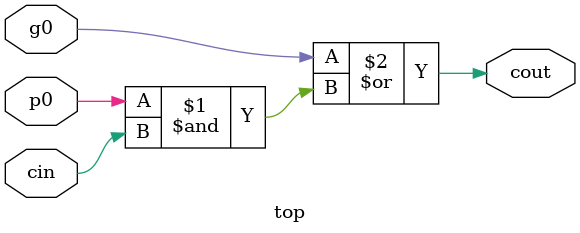
<source format=v>
module top( g0 , p0, cin, cout);
  input g0, p0, cin;
  output cout;
  assign cout = g0 | (p0 & cin);
endmodule

</source>
